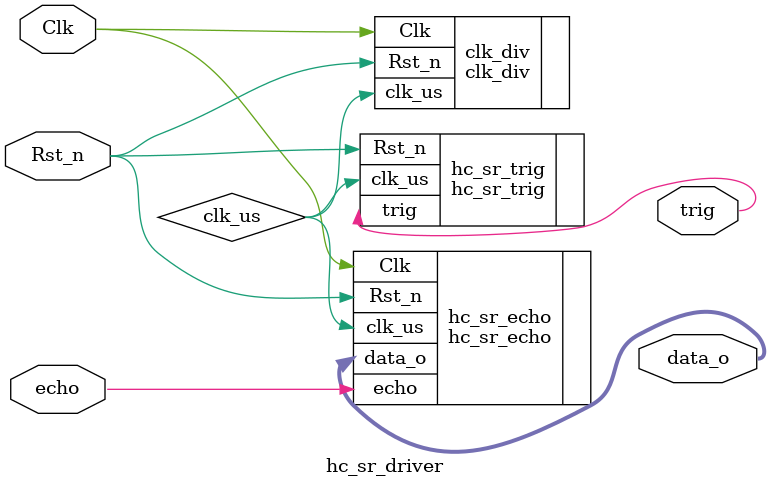
<source format=v>
/*================================================*\
		  Filename ﹕hc_sr_driver.v
			Author ﹕
	  Description  ﹕超声波驱动调度文件
		 Called by ﹕
Revision History   ﹕ mm/dd/202x
		  			  Revision 1.0
  			  Email﹕ 
			Company﹕ 
\*================================================*/
module 	hc_sr_driver(
	input  wire			Clk		, //system clock 50MHz
	input  wire 		Rst_n	, //reset ，low valid
	
	input  wire 		echo	, //
	output wire  		trig	, //触发测距信号
	
	output wire [18:00]	data_o	  //检测距离，保留3位小数，单位：cm
);
//Interrnal wire/reg declarations
	wire			clk_us; //	
	
//Module instantiations ， self-build module
	clk_div		clk_div(
		/*input  wire		*/.Clk		(Clk	), //system clock 50MHz
		/*input  wire 		*/.Rst_n	(Rst_n	), //reset ，low valid			
		/*output wire  		*/.clk_us 	(clk_us )  //
	);
	hc_sr_trig	hc_sr_trig(
		/*input  wire		*/.clk_us	(clk_us	), //system clock 1MHz
		/*input  wire 		*/.Rst_n	(Rst_n	), //reset ，low valid		   
		/*output wire  		*/.trig		(trig	)  //触发测距信号
	);

	hc_sr_echo	hc_sr_echo(
		/*input  wire 		*/.Clk		(Clk	), //clock 50MHz
		/*input  wire		*/.clk_us	(clk_us	), //system clock 1MHz
		/*input  wire 		*/.Rst_n	(Rst_n	), //reset ，low valid		   
		/*input  wire 		*/.echo		(echo	), //
		/*output reg [18:00]*/.data_o	(data_o	)  //检测距离，保留3位小数，*1000实现
	);
//Logic Description
	

endmodule 

</source>
